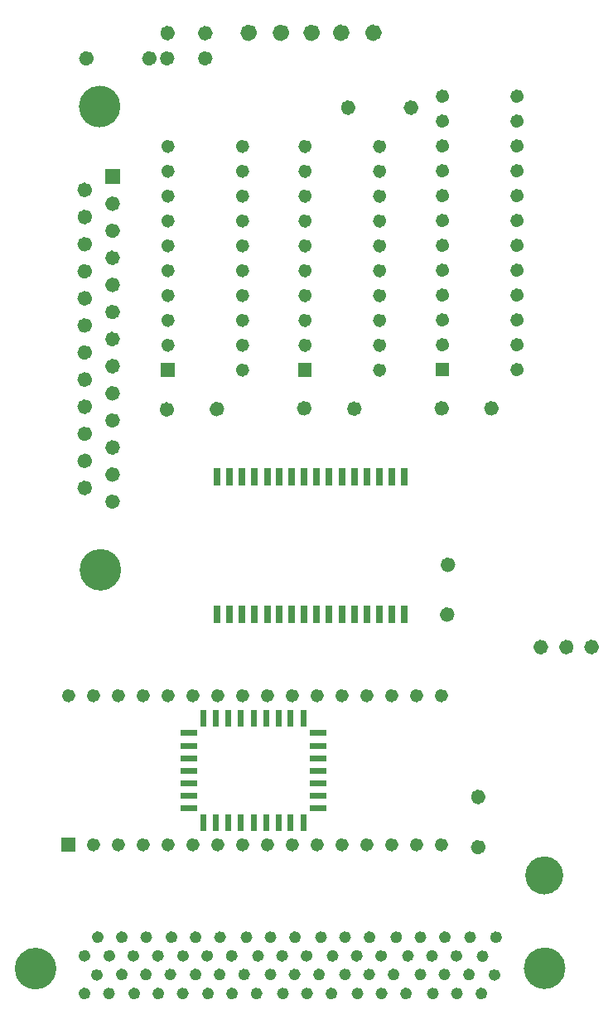
<source format=gbr>
%TF.GenerationSoftware,KiCad,Pcbnew,(6.0.2)*%
%TF.CreationDate,2022-05-06T23:35:53-05:00*%
%TF.ProjectId,PXT6,50585436-2e6b-4696-9361-645f70636258,rev?*%
%TF.SameCoordinates,Original*%
%TF.FileFunction,Soldermask,Top*%
%TF.FilePolarity,Negative*%
%FSLAX46Y46*%
G04 Gerber Fmt 4.6, Leading zero omitted, Abs format (unit mm)*
G04 Created by KiCad (PCBNEW (6.0.2)) date 2022-05-06 23:35:53*
%MOMM*%
%LPD*%
G01*
G04 APERTURE LIST*
%ADD10C,0.750000*%
%ADD11C,1.945000*%
%ADD12C,2.140000*%
%ADD13C,0.000000*%
%ADD14C,0.700000*%
%ADD15C,0.875000*%
%ADD16C,0.760000*%
%ADD17C,0.625000*%
G04 APERTURE END LIST*
D10*
X117635500Y-46205900D02*
G75*
G03*
X117635500Y-46205900I-375000J0D01*
G01*
D11*
X165024600Y-129708500D02*
G75*
G03*
X165024600Y-129708500I-972500J0D01*
G01*
D12*
X119759300Y-98474400D02*
G75*
G03*
X119759300Y-98474400I-1070000J0D01*
G01*
X113131500Y-139233500D02*
G75*
G03*
X113131500Y-139233500I-1070000J0D01*
G01*
X165161800Y-139193800D02*
G75*
G03*
X165161800Y-139193800I-1070000J0D01*
G01*
X119679900Y-51127200D02*
G75*
G03*
X119679900Y-51127200I-1070000J0D01*
G01*
D10*
X157680200Y-121691600D02*
G75*
G03*
X157680200Y-121691600I-375000J0D01*
G01*
X157680200Y-126811300D02*
G75*
G03*
X157680200Y-126811300I-375000J0D01*
G01*
D13*
G36*
X116134900Y-127273100D02*
G01*
X114734900Y-127273100D01*
X114734900Y-125873100D01*
X116134900Y-125873100D01*
X116134900Y-127273100D01*
G37*
D14*
X118324900Y-126573100D02*
G75*
G03*
X118324900Y-126573100I-350000J0D01*
G01*
X120864900Y-126573100D02*
G75*
G03*
X120864900Y-126573100I-350000J0D01*
G01*
X123404900Y-126573100D02*
G75*
G03*
X123404900Y-126573100I-350000J0D01*
G01*
X125944900Y-126573100D02*
G75*
G03*
X125944900Y-126573100I-350000J0D01*
G01*
X128484900Y-126573100D02*
G75*
G03*
X128484900Y-126573100I-350000J0D01*
G01*
X131024900Y-126573100D02*
G75*
G03*
X131024900Y-126573100I-350000J0D01*
G01*
X133564900Y-126573100D02*
G75*
G03*
X133564900Y-126573100I-350000J0D01*
G01*
X136104900Y-126573100D02*
G75*
G03*
X136104900Y-126573100I-350000J0D01*
G01*
X138644900Y-126573100D02*
G75*
G03*
X138644900Y-126573100I-350000J0D01*
G01*
X141184900Y-126573100D02*
G75*
G03*
X141184900Y-126573100I-350000J0D01*
G01*
X143724900Y-126573100D02*
G75*
G03*
X143724900Y-126573100I-350000J0D01*
G01*
X146264900Y-126573100D02*
G75*
G03*
X146264900Y-126573100I-350000J0D01*
G01*
X148804900Y-126573100D02*
G75*
G03*
X148804900Y-126573100I-350000J0D01*
G01*
X151344900Y-126573100D02*
G75*
G03*
X151344900Y-126573100I-350000J0D01*
G01*
X153884900Y-126573100D02*
G75*
G03*
X153884900Y-126573100I-350000J0D01*
G01*
X153884900Y-111333100D02*
G75*
G03*
X153884900Y-111333100I-350000J0D01*
G01*
X151344900Y-111333100D02*
G75*
G03*
X151344900Y-111333100I-350000J0D01*
G01*
X148804900Y-111333100D02*
G75*
G03*
X148804900Y-111333100I-350000J0D01*
G01*
X146264900Y-111333100D02*
G75*
G03*
X146264900Y-111333100I-350000J0D01*
G01*
X143724900Y-111333100D02*
G75*
G03*
X143724900Y-111333100I-350000J0D01*
G01*
X141184900Y-111333100D02*
G75*
G03*
X141184900Y-111333100I-350000J0D01*
G01*
X138644900Y-111333100D02*
G75*
G03*
X138644900Y-111333100I-350000J0D01*
G01*
X136104900Y-111333100D02*
G75*
G03*
X136104900Y-111333100I-350000J0D01*
G01*
X133564900Y-111333100D02*
G75*
G03*
X133564900Y-111333100I-350000J0D01*
G01*
X131024900Y-111333100D02*
G75*
G03*
X131024900Y-111333100I-350000J0D01*
G01*
X128484900Y-111333100D02*
G75*
G03*
X128484900Y-111333100I-350000J0D01*
G01*
X125944900Y-111333100D02*
G75*
G03*
X125944900Y-111333100I-350000J0D01*
G01*
X123404900Y-111333100D02*
G75*
G03*
X123404900Y-111333100I-350000J0D01*
G01*
X120864900Y-111333100D02*
G75*
G03*
X120864900Y-111333100I-350000J0D01*
G01*
X118324900Y-111333100D02*
G75*
G03*
X118324900Y-111333100I-350000J0D01*
G01*
X115784900Y-111333100D02*
G75*
G03*
X115784900Y-111333100I-350000J0D01*
G01*
D13*
G36*
X129546100Y-125200600D02*
G01*
X128946100Y-125200600D01*
X128946100Y-123500600D01*
X129546100Y-123500600D01*
X129546100Y-125200600D01*
G37*
G36*
X130816100Y-125200600D02*
G01*
X130216100Y-125200600D01*
X130216100Y-123500600D01*
X130816100Y-123500600D01*
X130816100Y-125200600D01*
G37*
G36*
X132086100Y-125200600D02*
G01*
X131486100Y-125200600D01*
X131486100Y-123500600D01*
X132086100Y-123500600D01*
X132086100Y-125200600D01*
G37*
G36*
X133356100Y-125200600D02*
G01*
X132756100Y-125200600D01*
X132756100Y-123500600D01*
X133356100Y-123500600D01*
X133356100Y-125200600D01*
G37*
G36*
X134665800Y-125200600D02*
G01*
X134065800Y-125200600D01*
X134065800Y-123500600D01*
X134665800Y-123500600D01*
X134665800Y-125200600D01*
G37*
G36*
X135935800Y-125200600D02*
G01*
X135335800Y-125200600D01*
X135335800Y-123500600D01*
X135935800Y-123500600D01*
X135935800Y-125200600D01*
G37*
G36*
X137205800Y-125200600D02*
G01*
X136605800Y-125200600D01*
X136605800Y-123500600D01*
X137205800Y-123500600D01*
X137205800Y-125200600D01*
G37*
G36*
X138436100Y-125200600D02*
G01*
X137836100Y-125200600D01*
X137836100Y-123500600D01*
X138436100Y-123500600D01*
X138436100Y-125200600D01*
G37*
G36*
X139745800Y-125200600D02*
G01*
X139145800Y-125200600D01*
X139145800Y-123500600D01*
X139745800Y-123500600D01*
X139745800Y-125200600D01*
G37*
G36*
X129546100Y-114524700D02*
G01*
X128946100Y-114524700D01*
X128946100Y-112824700D01*
X129546100Y-112824700D01*
X129546100Y-114524700D01*
G37*
G36*
X130816100Y-114524700D02*
G01*
X130216100Y-114524700D01*
X130216100Y-112824700D01*
X130816100Y-112824700D01*
X130816100Y-114524700D01*
G37*
G36*
X132086100Y-114524700D02*
G01*
X131486100Y-114524700D01*
X131486100Y-112824700D01*
X132086100Y-112824700D01*
X132086100Y-114524700D01*
G37*
G36*
X133356100Y-114524700D02*
G01*
X132756100Y-114524700D01*
X132756100Y-112824700D01*
X133356100Y-112824700D01*
X133356100Y-114524700D01*
G37*
G36*
X134665800Y-114524700D02*
G01*
X134065800Y-114524700D01*
X134065800Y-112824700D01*
X134665800Y-112824700D01*
X134665800Y-114524700D01*
G37*
G36*
X135935800Y-114524700D02*
G01*
X135335800Y-114524700D01*
X135335800Y-112824700D01*
X135935800Y-112824700D01*
X135935800Y-114524700D01*
G37*
G36*
X137205800Y-114524700D02*
G01*
X136605800Y-114524700D01*
X136605800Y-112824700D01*
X137205800Y-112824700D01*
X137205800Y-114524700D01*
G37*
G36*
X138436100Y-114524700D02*
G01*
X137836100Y-114524700D01*
X137836100Y-112824700D01*
X138436100Y-112824700D01*
X138436100Y-114524700D01*
G37*
G36*
X139745800Y-114524700D02*
G01*
X139145800Y-114524700D01*
X139145800Y-112824700D01*
X139745800Y-112824700D01*
X139745800Y-114524700D01*
G37*
G36*
X128588000Y-115443100D02*
G01*
X126888000Y-115443100D01*
X126888000Y-114843100D01*
X128588000Y-114843100D01*
X128588000Y-115443100D01*
G37*
G36*
X128588000Y-116752800D02*
G01*
X126888000Y-116752800D01*
X126888000Y-116152800D01*
X128588000Y-116152800D01*
X128588000Y-116752800D01*
G37*
G36*
X128588000Y-118022800D02*
G01*
X126888000Y-118022800D01*
X126888000Y-117422800D01*
X128588000Y-117422800D01*
X128588000Y-118022800D01*
G37*
G36*
X128588000Y-119292800D02*
G01*
X126888000Y-119292800D01*
X126888000Y-118692800D01*
X128588000Y-118692800D01*
X128588000Y-119292800D01*
G37*
G36*
X128588000Y-120562800D02*
G01*
X126888000Y-120562800D01*
X126888000Y-119962800D01*
X128588000Y-119962800D01*
X128588000Y-120562800D01*
G37*
G36*
X128588000Y-121832800D02*
G01*
X126888000Y-121832800D01*
X126888000Y-121232800D01*
X128588000Y-121232800D01*
X128588000Y-121832800D01*
G37*
G36*
X128588000Y-123102800D02*
G01*
X126888000Y-123102800D01*
X126888000Y-122502800D01*
X128588000Y-122502800D01*
X128588000Y-123102800D01*
G37*
G36*
X141803900Y-115443100D02*
G01*
X140103900Y-115443100D01*
X140103900Y-114843100D01*
X141803900Y-114843100D01*
X141803900Y-115443100D01*
G37*
G36*
X141803900Y-116752800D02*
G01*
X140103900Y-116752800D01*
X140103900Y-116152800D01*
X141803900Y-116152800D01*
X141803900Y-116752800D01*
G37*
G36*
X141803900Y-118022800D02*
G01*
X140103900Y-118022800D01*
X140103900Y-117422800D01*
X141803900Y-117422800D01*
X141803900Y-118022800D01*
G37*
G36*
X141803900Y-119292800D02*
G01*
X140103900Y-119292800D01*
X140103900Y-118692800D01*
X141803900Y-118692800D01*
X141803900Y-119292800D01*
G37*
G36*
X141803900Y-120562800D02*
G01*
X140103900Y-120562800D01*
X140103900Y-119962800D01*
X141803900Y-119962800D01*
X141803900Y-120562800D01*
G37*
G36*
X141803900Y-121832800D02*
G01*
X140103900Y-121832800D01*
X140103900Y-121232800D01*
X141803900Y-121232800D01*
X141803900Y-121832800D01*
G37*
G36*
X141803900Y-123102800D02*
G01*
X140103900Y-123102800D01*
X140103900Y-122502800D01*
X141803900Y-122502800D01*
X141803900Y-123102800D01*
G37*
D10*
X166689300Y-106372200D02*
G75*
G03*
X166689300Y-106372200I-375000J0D01*
G01*
X164069900Y-106372200D02*
G75*
G03*
X164069900Y-106372200I-375000J0D01*
G01*
X169268900Y-106372200D02*
G75*
G03*
X169268900Y-106372200I-375000J0D01*
G01*
X154505200Y-103038500D02*
G75*
G03*
X154505200Y-103038500I-375000J0D01*
G01*
X154584600Y-97958500D02*
G75*
G03*
X154584600Y-97958500I-375000J0D01*
G01*
X159029600Y-81964400D02*
G75*
G03*
X159029600Y-81964400I-375000J0D01*
G01*
X153949600Y-81964400D02*
G75*
G03*
X153949600Y-81964400I-375000J0D01*
G01*
X145019900Y-82004100D02*
G75*
G03*
X145019900Y-82004100I-375000J0D01*
G01*
X139900200Y-81964400D02*
G75*
G03*
X139900200Y-81964400I-375000J0D01*
G01*
X130970500Y-82043800D02*
G75*
G03*
X130970500Y-82043800I-375000J0D01*
G01*
X125850800Y-82083500D02*
G75*
G03*
X125850800Y-82083500I-375000J0D01*
G01*
X124064900Y-46205900D02*
G75*
G03*
X124064900Y-46205900I-375000J0D01*
G01*
X125890500Y-46205900D02*
G75*
G03*
X125890500Y-46205900I-375000J0D01*
G01*
X129779900Y-46205900D02*
G75*
G03*
X129779900Y-46205900I-375000J0D01*
G01*
X129779900Y-43626300D02*
G75*
G03*
X129779900Y-43626300I-375000J0D01*
G01*
X125930200Y-43626300D02*
G75*
G03*
X125930200Y-43626300I-375000J0D01*
G01*
D15*
X140716800Y-43586600D02*
G75*
G03*
X140716800Y-43586600I-437500J0D01*
G01*
X143733000Y-43586600D02*
G75*
G03*
X143733000Y-43586600I-437500J0D01*
G01*
X137581400Y-43586600D02*
G75*
G03*
X137581400Y-43586600I-437500J0D01*
G01*
X134287400Y-43586600D02*
G75*
G03*
X134287400Y-43586600I-437500J0D01*
G01*
X134287400Y-43586600D02*
G75*
G03*
X134287400Y-43586600I-437500J0D01*
G01*
X147027100Y-43586600D02*
G75*
G03*
X147027100Y-43586600I-437500J0D01*
G01*
D10*
X144384900Y-51246300D02*
G75*
G03*
X144384900Y-51246300I-375000J0D01*
G01*
X150814300Y-51246300D02*
G75*
G03*
X150814300Y-51246300I-375000J0D01*
G01*
D13*
G36*
X154351200Y-78718700D02*
G01*
X152951200Y-78718700D01*
X152951200Y-77318700D01*
X154351200Y-77318700D01*
X154351200Y-78718700D01*
G37*
D14*
X154001200Y-75478700D02*
G75*
G03*
X154001200Y-75478700I-350000J0D01*
G01*
X154001200Y-72938700D02*
G75*
G03*
X154001200Y-72938700I-350000J0D01*
G01*
X154001200Y-70398700D02*
G75*
G03*
X154001200Y-70398700I-350000J0D01*
G01*
X154001200Y-67858700D02*
G75*
G03*
X154001200Y-67858700I-350000J0D01*
G01*
X154001200Y-65318700D02*
G75*
G03*
X154001200Y-65318700I-350000J0D01*
G01*
X154001200Y-62778700D02*
G75*
G03*
X154001200Y-62778700I-350000J0D01*
G01*
X154001200Y-60238700D02*
G75*
G03*
X154001200Y-60238700I-350000J0D01*
G01*
X154001200Y-57698700D02*
G75*
G03*
X154001200Y-57698700I-350000J0D01*
G01*
X154001200Y-55158700D02*
G75*
G03*
X154001200Y-55158700I-350000J0D01*
G01*
X154001200Y-52618700D02*
G75*
G03*
X154001200Y-52618700I-350000J0D01*
G01*
X154001200Y-50078700D02*
G75*
G03*
X154001200Y-50078700I-350000J0D01*
G01*
X161621200Y-50078700D02*
G75*
G03*
X161621200Y-50078700I-350000J0D01*
G01*
X161621200Y-52618700D02*
G75*
G03*
X161621200Y-52618700I-350000J0D01*
G01*
X161621200Y-55158700D02*
G75*
G03*
X161621200Y-55158700I-350000J0D01*
G01*
X161621200Y-57698700D02*
G75*
G03*
X161621200Y-57698700I-350000J0D01*
G01*
X161621200Y-60238700D02*
G75*
G03*
X161621200Y-60238700I-350000J0D01*
G01*
X161621200Y-62778700D02*
G75*
G03*
X161621200Y-62778700I-350000J0D01*
G01*
X161621200Y-65318700D02*
G75*
G03*
X161621200Y-65318700I-350000J0D01*
G01*
X161621200Y-67858700D02*
G75*
G03*
X161621200Y-67858700I-350000J0D01*
G01*
X161621200Y-70398700D02*
G75*
G03*
X161621200Y-70398700I-350000J0D01*
G01*
X161621200Y-72938700D02*
G75*
G03*
X161621200Y-72938700I-350000J0D01*
G01*
X161621200Y-75478700D02*
G75*
G03*
X161621200Y-75478700I-350000J0D01*
G01*
X161621200Y-78018700D02*
G75*
G03*
X161621200Y-78018700I-350000J0D01*
G01*
D13*
G36*
X140301800Y-78758500D02*
G01*
X138901800Y-78758500D01*
X138901800Y-77358500D01*
X140301800Y-77358500D01*
X140301800Y-78758500D01*
G37*
D14*
X139951800Y-75518500D02*
G75*
G03*
X139951800Y-75518500I-350000J0D01*
G01*
X139951800Y-72978500D02*
G75*
G03*
X139951800Y-72978500I-350000J0D01*
G01*
X139951800Y-70438500D02*
G75*
G03*
X139951800Y-70438500I-350000J0D01*
G01*
X139951800Y-67898500D02*
G75*
G03*
X139951800Y-67898500I-350000J0D01*
G01*
X139951800Y-65358500D02*
G75*
G03*
X139951800Y-65358500I-350000J0D01*
G01*
X139951800Y-62818500D02*
G75*
G03*
X139951800Y-62818500I-350000J0D01*
G01*
X139951800Y-60278500D02*
G75*
G03*
X139951800Y-60278500I-350000J0D01*
G01*
X139951800Y-57738500D02*
G75*
G03*
X139951800Y-57738500I-350000J0D01*
G01*
X139951800Y-55198500D02*
G75*
G03*
X139951800Y-55198500I-350000J0D01*
G01*
X147571800Y-55198500D02*
G75*
G03*
X147571800Y-55198500I-350000J0D01*
G01*
X147571800Y-57738500D02*
G75*
G03*
X147571800Y-57738500I-350000J0D01*
G01*
X147571800Y-60278500D02*
G75*
G03*
X147571800Y-60278500I-350000J0D01*
G01*
X147571800Y-62818500D02*
G75*
G03*
X147571800Y-62818500I-350000J0D01*
G01*
X147571800Y-65358500D02*
G75*
G03*
X147571800Y-65358500I-350000J0D01*
G01*
X147571800Y-67898500D02*
G75*
G03*
X147571800Y-67898500I-350000J0D01*
G01*
X147571800Y-70438500D02*
G75*
G03*
X147571800Y-70438500I-350000J0D01*
G01*
X147571800Y-72978500D02*
G75*
G03*
X147571800Y-72978500I-350000J0D01*
G01*
X147571800Y-75518500D02*
G75*
G03*
X147571800Y-75518500I-350000J0D01*
G01*
X147571800Y-78058500D02*
G75*
G03*
X147571800Y-78058500I-350000J0D01*
G01*
D13*
G36*
X126292100Y-78758500D02*
G01*
X124892100Y-78758500D01*
X124892100Y-77358500D01*
X126292100Y-77358500D01*
X126292100Y-78758500D01*
G37*
D14*
X125942100Y-75518500D02*
G75*
G03*
X125942100Y-75518500I-350000J0D01*
G01*
X125942100Y-72978500D02*
G75*
G03*
X125942100Y-72978500I-350000J0D01*
G01*
X125942100Y-70438500D02*
G75*
G03*
X125942100Y-70438500I-350000J0D01*
G01*
X125942100Y-67898500D02*
G75*
G03*
X125942100Y-67898500I-350000J0D01*
G01*
X125942100Y-65358500D02*
G75*
G03*
X125942100Y-65358500I-350000J0D01*
G01*
X125942100Y-62818500D02*
G75*
G03*
X125942100Y-62818500I-350000J0D01*
G01*
X125942100Y-60278500D02*
G75*
G03*
X125942100Y-60278500I-350000J0D01*
G01*
X125942100Y-57738500D02*
G75*
G03*
X125942100Y-57738500I-350000J0D01*
G01*
X125942100Y-55198500D02*
G75*
G03*
X125942100Y-55198500I-350000J0D01*
G01*
X133562100Y-55198500D02*
G75*
G03*
X133562100Y-55198500I-350000J0D01*
G01*
X133562100Y-57738500D02*
G75*
G03*
X133562100Y-57738500I-350000J0D01*
G01*
X133562100Y-60278500D02*
G75*
G03*
X133562100Y-60278500I-350000J0D01*
G01*
X133562100Y-62818500D02*
G75*
G03*
X133562100Y-62818500I-350000J0D01*
G01*
X133562100Y-65358500D02*
G75*
G03*
X133562100Y-65358500I-350000J0D01*
G01*
X133562100Y-67898500D02*
G75*
G03*
X133562100Y-67898500I-350000J0D01*
G01*
X133562100Y-70438500D02*
G75*
G03*
X133562100Y-70438500I-350000J0D01*
G01*
X133562100Y-72978500D02*
G75*
G03*
X133562100Y-72978500I-350000J0D01*
G01*
X133562100Y-75518500D02*
G75*
G03*
X133562100Y-75518500I-350000J0D01*
G01*
X133562100Y-78058500D02*
G75*
G03*
X133562100Y-78058500I-350000J0D01*
G01*
D13*
G36*
X120691400Y-59041300D02*
G01*
X119171400Y-59041300D01*
X119171400Y-57521300D01*
X120691400Y-57521300D01*
X120691400Y-59041300D01*
G37*
D16*
X120311400Y-61051300D02*
G75*
G03*
X120311400Y-61051300I-380000J0D01*
G01*
X120311400Y-63821300D02*
G75*
G03*
X120311400Y-63821300I-380000J0D01*
G01*
X120311400Y-66591300D02*
G75*
G03*
X120311400Y-66591300I-380000J0D01*
G01*
X120311400Y-69351300D02*
G75*
G03*
X120311400Y-69351300I-380000J0D01*
G01*
X120311400Y-72121300D02*
G75*
G03*
X120311400Y-72121300I-380000J0D01*
G01*
X120311400Y-74891300D02*
G75*
G03*
X120311400Y-74891300I-380000J0D01*
G01*
X120311400Y-77661300D02*
G75*
G03*
X120311400Y-77661300I-380000J0D01*
G01*
X120311400Y-80431300D02*
G75*
G03*
X120311400Y-80431300I-380000J0D01*
G01*
X120311400Y-83201300D02*
G75*
G03*
X120311400Y-83201300I-380000J0D01*
G01*
X120311400Y-85971300D02*
G75*
G03*
X120311400Y-85971300I-380000J0D01*
G01*
X120311400Y-88731300D02*
G75*
G03*
X120311400Y-88731300I-380000J0D01*
G01*
X120311400Y-91501300D02*
G75*
G03*
X120311400Y-91501300I-380000J0D01*
G01*
X117471400Y-59651300D02*
G75*
G03*
X117471400Y-59651300I-380000J0D01*
G01*
X117471400Y-62421300D02*
G75*
G03*
X117471400Y-62421300I-380000J0D01*
G01*
X117471400Y-65191300D02*
G75*
G03*
X117471400Y-65191300I-380000J0D01*
G01*
X117471400Y-67961300D02*
G75*
G03*
X117471400Y-67961300I-380000J0D01*
G01*
X117471400Y-70731300D02*
G75*
G03*
X117471400Y-70731300I-380000J0D01*
G01*
X117471400Y-73491300D02*
G75*
G03*
X117471400Y-73491300I-380000J0D01*
G01*
X117471400Y-76261300D02*
G75*
G03*
X117471400Y-76261300I-380000J0D01*
G01*
X117471400Y-79031300D02*
G75*
G03*
X117471400Y-79031300I-380000J0D01*
G01*
X117471400Y-81801300D02*
G75*
G03*
X117471400Y-81801300I-380000J0D01*
G01*
X117471400Y-84571300D02*
G75*
G03*
X117471400Y-84571300I-380000J0D01*
G01*
X117471400Y-87341300D02*
G75*
G03*
X117471400Y-87341300I-380000J0D01*
G01*
X117471400Y-90111300D02*
G75*
G03*
X117471400Y-90111300I-380000J0D01*
G01*
D13*
G36*
X130945500Y-89889100D02*
G01*
X130245500Y-89889100D01*
X130245500Y-88089100D01*
X130945500Y-88089100D01*
X130945500Y-89889100D01*
G37*
G36*
X132255200Y-89889100D02*
G01*
X131555200Y-89889100D01*
X131555200Y-88089100D01*
X132255200Y-88089100D01*
X132255200Y-89889100D01*
G37*
G36*
X133525200Y-89889100D02*
G01*
X132825200Y-89889100D01*
X132825200Y-88089100D01*
X133525200Y-88089100D01*
X133525200Y-89889100D01*
G37*
G36*
X134795200Y-89889100D02*
G01*
X134095200Y-89889100D01*
X134095200Y-88089100D01*
X134795200Y-88089100D01*
X134795200Y-89889100D01*
G37*
G36*
X136104900Y-89889100D02*
G01*
X135404900Y-89889100D01*
X135404900Y-88089100D01*
X136104900Y-88089100D01*
X136104900Y-89889100D01*
G37*
G36*
X137335200Y-89889100D02*
G01*
X136635200Y-89889100D01*
X136635200Y-88089100D01*
X137335200Y-88089100D01*
X137335200Y-89889100D01*
G37*
G36*
X138605200Y-89889100D02*
G01*
X137905200Y-89889100D01*
X137905200Y-88089100D01*
X138605200Y-88089100D01*
X138605200Y-89889100D01*
G37*
G36*
X139875200Y-89889100D02*
G01*
X139175200Y-89889100D01*
X139175200Y-88089100D01*
X139875200Y-88089100D01*
X139875200Y-89889100D01*
G37*
G36*
X141145200Y-89889100D02*
G01*
X140445200Y-89889100D01*
X140445200Y-88089100D01*
X141145200Y-88089100D01*
X141145200Y-89889100D01*
G37*
G36*
X142415200Y-89889100D02*
G01*
X141715200Y-89889100D01*
X141715200Y-88089100D01*
X142415200Y-88089100D01*
X142415200Y-89889100D01*
G37*
G36*
X143724900Y-89889100D02*
G01*
X143024900Y-89889100D01*
X143024900Y-88089100D01*
X143724900Y-88089100D01*
X143724900Y-89889100D01*
G37*
G36*
X144994900Y-89889100D02*
G01*
X144294900Y-89889100D01*
X144294900Y-88089100D01*
X144994900Y-88089100D01*
X144994900Y-89889100D01*
G37*
G36*
X146264900Y-89889100D02*
G01*
X145564900Y-89889100D01*
X145564900Y-88089100D01*
X146264900Y-88089100D01*
X146264900Y-89889100D01*
G37*
G36*
X147574600Y-89889100D02*
G01*
X146874600Y-89889100D01*
X146874600Y-88089100D01*
X147574600Y-88089100D01*
X147574600Y-89889100D01*
G37*
G36*
X148804900Y-89889100D02*
G01*
X148104900Y-89889100D01*
X148104900Y-88089100D01*
X148804900Y-88089100D01*
X148804900Y-89889100D01*
G37*
G36*
X150074900Y-89889100D02*
G01*
X149374900Y-89889100D01*
X149374900Y-88089100D01*
X150074900Y-88089100D01*
X150074900Y-89889100D01*
G37*
G36*
X130945500Y-103938400D02*
G01*
X130245500Y-103938400D01*
X130245500Y-102138400D01*
X130945500Y-102138400D01*
X130945500Y-103938400D01*
G37*
G36*
X132255200Y-103938400D02*
G01*
X131555200Y-103938400D01*
X131555200Y-102138400D01*
X132255200Y-102138400D01*
X132255200Y-103938400D01*
G37*
G36*
X133525200Y-103938400D02*
G01*
X132825200Y-103938400D01*
X132825200Y-102138400D01*
X133525200Y-102138400D01*
X133525200Y-103938400D01*
G37*
G36*
X134795200Y-103938400D02*
G01*
X134095200Y-103938400D01*
X134095200Y-102138400D01*
X134795200Y-102138400D01*
X134795200Y-103938400D01*
G37*
G36*
X136104900Y-103938400D02*
G01*
X135404900Y-103938400D01*
X135404900Y-102138400D01*
X136104900Y-102138400D01*
X136104900Y-103938400D01*
G37*
G36*
X137335200Y-103938400D02*
G01*
X136635200Y-103938400D01*
X136635200Y-102138400D01*
X137335200Y-102138400D01*
X137335200Y-103938400D01*
G37*
G36*
X138605200Y-103938400D02*
G01*
X137905200Y-103938400D01*
X137905200Y-102138400D01*
X138605200Y-102138400D01*
X138605200Y-103938400D01*
G37*
G36*
X139875200Y-103938400D02*
G01*
X139175200Y-103938400D01*
X139175200Y-102138400D01*
X139875200Y-102138400D01*
X139875200Y-103938400D01*
G37*
G36*
X141145200Y-103938400D02*
G01*
X140445200Y-103938400D01*
X140445200Y-102138400D01*
X141145200Y-102138400D01*
X141145200Y-103938400D01*
G37*
G36*
X142415200Y-103938400D02*
G01*
X141715200Y-103938400D01*
X141715200Y-102138400D01*
X142415200Y-102138400D01*
X142415200Y-103938400D01*
G37*
G36*
X143724900Y-103938400D02*
G01*
X143024900Y-103938400D01*
X143024900Y-102138400D01*
X143724900Y-102138400D01*
X143724900Y-103938400D01*
G37*
G36*
X144994900Y-103938400D02*
G01*
X144294900Y-103938400D01*
X144294900Y-102138400D01*
X144994900Y-102138400D01*
X144994900Y-103938400D01*
G37*
G36*
X146264900Y-103938400D02*
G01*
X145564900Y-103938400D01*
X145564900Y-102138400D01*
X146264900Y-102138400D01*
X146264900Y-103938400D01*
G37*
G36*
X147574600Y-103938400D02*
G01*
X146874600Y-103938400D01*
X146874600Y-102138400D01*
X147574600Y-102138400D01*
X147574600Y-103938400D01*
G37*
G36*
X148804900Y-103938400D02*
G01*
X148104900Y-103938400D01*
X148104900Y-102138400D01*
X148804900Y-102138400D01*
X148804900Y-103938400D01*
G37*
G36*
X150074900Y-103938400D02*
G01*
X149374900Y-103938400D01*
X149374900Y-102138400D01*
X150074900Y-102138400D01*
X150074900Y-103938400D01*
G37*
D17*
X117374600Y-141773500D02*
G75*
G03*
X117374600Y-141773500I-312500J0D01*
G01*
X117374600Y-137923800D02*
G75*
G03*
X117374600Y-137923800I-312500J0D01*
G01*
X118644600Y-139868500D02*
G75*
G03*
X118644600Y-139868500I-312500J0D01*
G01*
X119874900Y-141773500D02*
G75*
G03*
X119874900Y-141773500I-312500J0D01*
G01*
X118724000Y-136018800D02*
G75*
G03*
X118724000Y-136018800I-312500J0D01*
G01*
X119914600Y-137923800D02*
G75*
G03*
X119914600Y-137923800I-312500J0D01*
G01*
X121184600Y-139828800D02*
G75*
G03*
X121184600Y-139828800I-312500J0D01*
G01*
X122454600Y-141773500D02*
G75*
G03*
X122454600Y-141773500I-312500J0D01*
G01*
X121184600Y-136018800D02*
G75*
G03*
X121184600Y-136018800I-312500J0D01*
G01*
X122375200Y-137923800D02*
G75*
G03*
X122375200Y-137923800I-312500J0D01*
G01*
X123645200Y-139828800D02*
G75*
G03*
X123645200Y-139828800I-312500J0D01*
G01*
X124915200Y-141773500D02*
G75*
G03*
X124915200Y-141773500I-312500J0D01*
G01*
X123684900Y-136018800D02*
G75*
G03*
X123684900Y-136018800I-312500J0D01*
G01*
X124875500Y-137923800D02*
G75*
G03*
X124875500Y-137923800I-312500J0D01*
G01*
X126145500Y-139828800D02*
G75*
G03*
X126145500Y-139828800I-312500J0D01*
G01*
X127415500Y-141773500D02*
G75*
G03*
X127415500Y-141773500I-312500J0D01*
G01*
X126264600Y-136018800D02*
G75*
G03*
X126264600Y-136018800I-312500J0D01*
G01*
X127455200Y-137923800D02*
G75*
G03*
X127455200Y-137923800I-312500J0D01*
G01*
X128725200Y-139828800D02*
G75*
G03*
X128725200Y-139828800I-312500J0D01*
G01*
X129995200Y-141773500D02*
G75*
G03*
X129995200Y-141773500I-312500J0D01*
G01*
X128725200Y-136018800D02*
G75*
G03*
X128725200Y-136018800I-312500J0D01*
G01*
X129915800Y-137923800D02*
G75*
G03*
X129915800Y-137923800I-312500J0D01*
G01*
X131185800Y-139828800D02*
G75*
G03*
X131185800Y-139828800I-312500J0D01*
G01*
X132455800Y-141773500D02*
G75*
G03*
X132455800Y-141773500I-312500J0D01*
G01*
X131225500Y-136018800D02*
G75*
G03*
X131225500Y-136018800I-312500J0D01*
G01*
X132416100Y-137923800D02*
G75*
G03*
X132416100Y-137923800I-312500J0D01*
G01*
X133686100Y-139828800D02*
G75*
G03*
X133686100Y-139828800I-312500J0D01*
G01*
X134956100Y-141773500D02*
G75*
G03*
X134956100Y-141773500I-312500J0D01*
G01*
X133924300Y-136018800D02*
G75*
G03*
X133924300Y-136018800I-312500J0D01*
G01*
X135114900Y-137923800D02*
G75*
G03*
X135114900Y-137923800I-312500J0D01*
G01*
X136384900Y-139828800D02*
G75*
G03*
X136384900Y-139828800I-312500J0D01*
G01*
X137654900Y-141773500D02*
G75*
G03*
X137654900Y-141773500I-312500J0D01*
G01*
X136384900Y-136018800D02*
G75*
G03*
X136384900Y-136018800I-312500J0D01*
G01*
X137575500Y-137923800D02*
G75*
G03*
X137575500Y-137923800I-312500J0D01*
G01*
X138845500Y-139828800D02*
G75*
G03*
X138845500Y-139828800I-312500J0D01*
G01*
X140115500Y-141773500D02*
G75*
G03*
X140115500Y-141773500I-312500J0D01*
G01*
X138885200Y-136018800D02*
G75*
G03*
X138885200Y-136018800I-312500J0D01*
G01*
X140075800Y-137923800D02*
G75*
G03*
X140075800Y-137923800I-312500J0D01*
G01*
X141345800Y-139828800D02*
G75*
G03*
X141345800Y-139828800I-312500J0D01*
G01*
X142615800Y-141773500D02*
G75*
G03*
X142615800Y-141773500I-312500J0D01*
G01*
X141544300Y-136018800D02*
G75*
G03*
X141544300Y-136018800I-312500J0D01*
G01*
X142734900Y-137923800D02*
G75*
G03*
X142734900Y-137923800I-312500J0D01*
G01*
X144004900Y-139828800D02*
G75*
G03*
X144004900Y-139828800I-312500J0D01*
G01*
X145274900Y-141773500D02*
G75*
G03*
X145274900Y-141773500I-312500J0D01*
G01*
X144004900Y-136018800D02*
G75*
G03*
X144004900Y-136018800I-312500J0D01*
G01*
X145195500Y-137923800D02*
G75*
G03*
X145195500Y-137923800I-312500J0D01*
G01*
X146465500Y-139828800D02*
G75*
G03*
X146465500Y-139828800I-312500J0D01*
G01*
X147735500Y-141773500D02*
G75*
G03*
X147735500Y-141773500I-312500J0D01*
G01*
X146505200Y-136018800D02*
G75*
G03*
X146505200Y-136018800I-312500J0D01*
G01*
X147695800Y-137923800D02*
G75*
G03*
X147695800Y-137923800I-312500J0D01*
G01*
X148965800Y-139828800D02*
G75*
G03*
X148965800Y-139828800I-312500J0D01*
G01*
X150235800Y-141773500D02*
G75*
G03*
X150235800Y-141773500I-312500J0D01*
G01*
X149243600Y-136018800D02*
G75*
G03*
X149243600Y-136018800I-312500J0D01*
G01*
X150434300Y-137923800D02*
G75*
G03*
X150434300Y-137923800I-312500J0D01*
G01*
X151704300Y-139828800D02*
G75*
G03*
X151704300Y-139828800I-312500J0D01*
G01*
X152974300Y-141773500D02*
G75*
G03*
X152974300Y-141773500I-312500J0D01*
G01*
X151704300Y-136018800D02*
G75*
G03*
X151704300Y-136018800I-312500J0D01*
G01*
X152894900Y-137923800D02*
G75*
G03*
X152894900Y-137923800I-312500J0D01*
G01*
X154164900Y-139828800D02*
G75*
G03*
X154164900Y-139828800I-312500J0D01*
G01*
X155434900Y-141773500D02*
G75*
G03*
X155434900Y-141773500I-312500J0D01*
G01*
X154204600Y-136018800D02*
G75*
G03*
X154204600Y-136018800I-312500J0D01*
G01*
X155395200Y-137923800D02*
G75*
G03*
X155395200Y-137923800I-312500J0D01*
G01*
X156665200Y-139828800D02*
G75*
G03*
X156665200Y-139828800I-312500J0D01*
G01*
X157935200Y-141773500D02*
G75*
G03*
X157935200Y-141773500I-312500J0D01*
G01*
X156784300Y-136018800D02*
G75*
G03*
X156784300Y-136018800I-312500J0D01*
G01*
X158054300Y-137963500D02*
G75*
G03*
X158054300Y-137963500I-312500J0D01*
G01*
X159284600Y-139868500D02*
G75*
G03*
X159284600Y-139868500I-312500J0D01*
G01*
X159443300Y-136018800D02*
G75*
G03*
X159443300Y-136018800I-312500J0D01*
G01*
M02*

</source>
